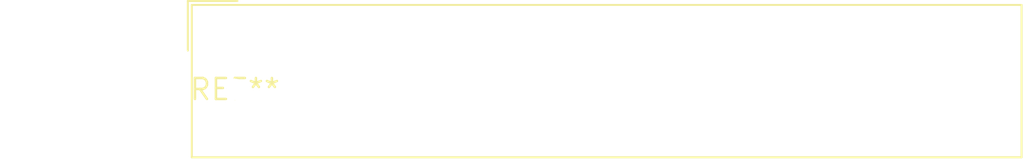
<source format=kicad_pcb>
(kicad_pcb (version 20240108) (generator pcbnew)
  (layers (0 "F.Cu" signal) (31 "B.Cu" signal) (34 "B.Paste" user) (35 "F.Paste" user) (36 "B.SilkS" user "B.Silkscreen") (37 "F.SilkS" user "F.Silkscreen") (38 "B.Mask" user) (39 "F.Mask" user) (44 "Edge.Cuts" user))
  (net 0 "")
  (footprint "Altech_AK100_1x10_P5.00mm" (layer "F.Cu") (at 0 0)
    (property "Reference" "REF**")
    (property "Value" "Altech_AK100_1x10_P5.00mm")
    (fp_line (start -2.85 -5.35) (end 0.15 -5.35) (layer "F.SilkS") (stroke (width 0.12)))
    (fp_line (start -2.85 -2.35) (end -2.85 -5.35) (layer "F.SilkS") (stroke (width 0.12)))
    (fp_line (start -2.61 -5.11) (end -2.61 4.11) (layer "F.SilkS") (stroke (width 0.12)))
    (fp_line (start -2.61 -5.11) (end 47.61 -5.11) (layer "F.SilkS") (stroke (width 0.12)))
    (fp_line (start -2.61 4.11) (end 47.61 4.11) (layer "F.SilkS") (stroke (width 0.12)))
    (fp_line (start 47.61 -5.11) (end 47.61 4.11) (layer "F.SilkS") (stroke (width 0.12)))
    (pad "1" thru_hole rect (at 0 0) (size 3 3) (drill 1.3) (layers *.Cu *.Mask) (remove_unused_layers))
    (pad "2" thru_hole circle (at 5 0) (size 3 3) (drill 1.3) (layers *.Cu *.Mask) (remove_unused_layers))
    (pad "3" thru_hole circle (at 10 0) (size 3 3) (drill 1.3) (layers *.Cu *.Mask) (remove_unused_layers))
    (pad "4" thru_hole circle (at 15 0) (size 3 3) (drill 1.3) (layers *.Cu *.Mask) (remove_unused_layers))
    (pad "5" thru_hole circle (at 20 0) (size 3 3) (drill 1.3) (layers *.Cu *.Mask) (remove_unused_layers))
    (pad "6" thru_hole circle (at 25 0) (size 3 3) (drill 1.3) (layers *.Cu *.Mask) (remove_unused_layers))
    (pad "7" thru_hole circle (at 30 0) (size 3 3) (drill 1.3) (layers *.Cu *.Mask) (remove_unused_layers))
    (pad "8" thru_hole circle (at 35 0) (size 3 3) (drill 1.3) (layers *.Cu *.Mask) (remove_unused_layers))
    (pad "9" thru_hole circle (at 40 0) (size 3 3) (drill 1.3) (layers *.Cu *.Mask) (remove_unused_layers))
    (pad "10" thru_hole circle (at 45 0) (size 3 3) (drill 1.3) (layers *.Cu *.Mask) (remove_unused_layers))
  )
)
</source>
